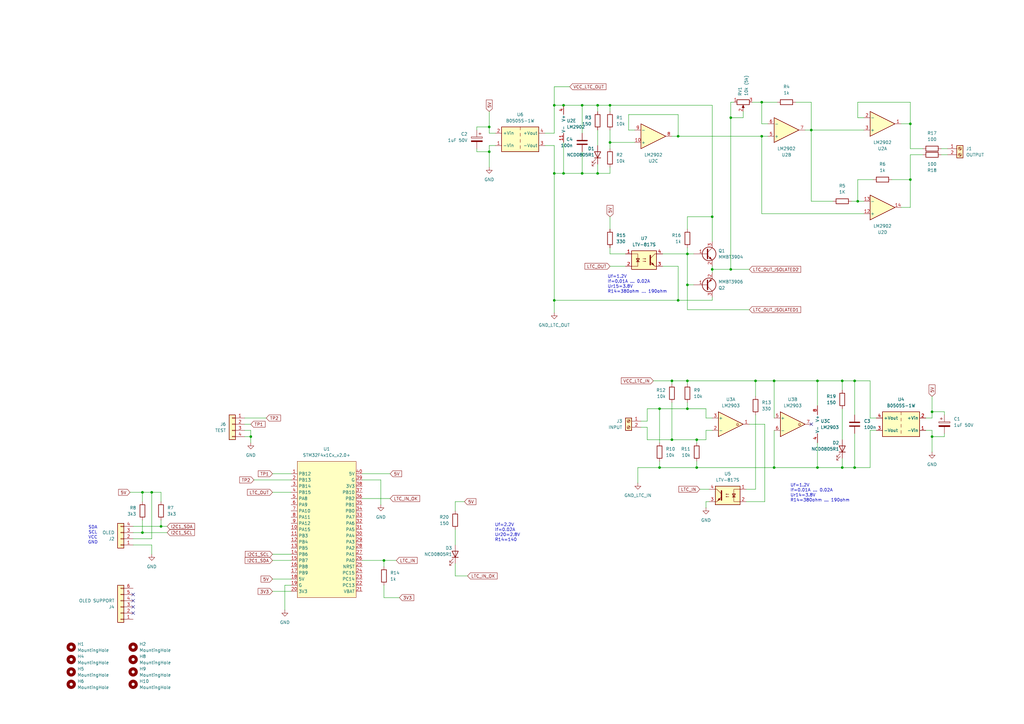
<source format=kicad_sch>
(kicad_sch (version 20231120) (generator "eeschema") (generator_version "8.0")
  (paper "A3")
  (lib_symbols
    (symbol "Amplifier_Operational:LM2902" (pin_names (offset 0.127))
      (property "Reference" "U" (at 0 5.08 0))
      (property "Value" "LM2902" (at 0 -5.08 0))
      (symbol "LM2902_1_1"
        (pin output line (at 7.62 0 180) (length 2.54) (name "~") (number "1"))
        (pin input line (at -7.62 -2.54 0) (length 2.54) (name "-") (number "2"))
        (pin input line (at -7.62 2.54 0) (length 2.54) (name "+") (number "3"))
      )
      (symbol "LM2902_2_1"
        (pin input line (at -7.62 2.54 0) (length 2.54) (name "+") (number "5"))
        (pin input line (at -7.62 -2.54 0) (length 2.54) (name "-") (number "6"))
        (pin output line (at 7.62 0 180) (length 2.54) (name "~") (number "7"))
      )
      (symbol "LM2902_3_1"
        (pin input line (at -7.62 2.54 0) (length 2.54) (name "+") (number "10"))
        (pin output line (at 7.62 0 180) (length 2.54) (name "~") (number "8"))
        (pin input line (at -7.62 -2.54 0) (length 2.54) (name "-") (number "9"))
      )
      (symbol "LM2902_4_1"
        (pin input line (at -7.62 2.54 0) (length 2.54) (name "+") (number "12"))
        (pin input line (at -7.62 -2.54 0) (length 2.54) (name "-") (number "13"))
        (pin output line (at 7.62 0 180) (length 2.54) (name "~") (number "14"))
      )
      (symbol "LM2902_5_1"
        (pin power_in line (at -2.54 -7.62 90) (length 3.81) (name "V-") (number "11"))
        (pin power_in line (at -2.54 7.62 270) (length 3.81) (name "V+") (number "4"))
      )
    )
    (symbol "Comparator:LM2903" (pin_names (offset 0.127))
      (property "Reference" "U" (at 3.81 3.81 0))
      (property "Value" "LM2903" (at 6.35 -3.81 0))
      (symbol "LM2903_1_1"
        (pin open_collector line (at 7.62 0 180) (length 2.54) (name "~") (number "1"))
        (pin input line (at -7.62 -2.54 0) (length 2.54) (name "-") (number "2"))
        (pin input line (at -7.62 2.54 0) (length 2.54) (name "+") (number "3"))
      )
      (symbol "LM2903_2_1"
        (pin input line (at -7.62 2.54 0) (length 2.54) (name "+") (number "5"))
        (pin input line (at -7.62 -2.54 0) (length 2.54) (name "-") (number "6"))
        (pin open_collector line (at 7.62 0 180) (length 2.54) (name "~") (number "7"))
      )
      (symbol "LM2903_3_1"
        (pin power_in line (at -2.54 -7.62 90) (length 3.81) (name "V-") (number "4"))
        (pin power_in line (at -2.54 7.62 270) (length 3.81) (name "V+") (number "8"))
      )
    )
    (symbol "Connector:Screw_Terminal_01x02" (pin_names (offset 1.016) hide)
      (property "Reference" "J" (at 0 2.54 0))
      (property "Value" "Screw_Terminal_01x02" (at 0 -5.08 0))
      (symbol "Screw_Terminal_01x02_1_1"
        (pin passive line (at -5.08 0 0) (length 3.81) (name "Pin_1") (number "1"))
        (pin passive line (at -5.08 -2.54 0) (length 3.81) (name "Pin_2") (number "2"))
      )
    )
    (symbol "Connector_Generic:Conn_01x04" (pin_names (offset 1.016) hide)
      (property "Reference" "J" (at 0 5.08 0))
      (property "Value" "Conn_01x04" (at 0 -7.62 0))
      (symbol "Conn_01x04_1_1"
        (pin passive line (at -5.08 2.54 0) (length 3.81) (name "Pin_1") (number "1"))
        (pin passive line (at -5.08 0 0) (length 3.81) (name "Pin_2") (number "2"))
        (pin passive line (at -5.08 -2.54 0) (length 3.81) (name "Pin_3") (number "3"))
        (pin passive line (at -5.08 -5.08 0) (length 3.81) (name "Pin_4") (number "4"))
      )
    )
    (symbol "Connector_Generic:Conn_01x06" (pin_names (offset 1.016) hide)
      (property "Reference" "J" (at 0 7.62 0))
      (property "Value" "Conn_01x06" (at 0 -10.16 0))
      (symbol "Conn_01x06_1_1"
        (pin passive line (at -5.08 5.08 0) (length 3.81) (name "Pin_1") (number "1"))
        (pin passive line (at -5.08 2.54 0) (length 3.81) (name "Pin_2") (number "2"))
        (pin passive line (at -5.08 0 0) (length 3.81) (name "Pin_3") (number "3"))
        (pin passive line (at -5.08 -2.54 0) (length 3.81) (name "Pin_4") (number "4"))
        (pin passive line (at -5.08 -5.08 0) (length 3.81) (name "Pin_5") (number "5"))
        (pin passive line (at -5.08 -7.62 0) (length 3.81) (name "Pin_6") (number "6"))
      )
    )
    (symbol "Converter_DCDC:TME-0505S"
      (property "Reference" "U" (at -6.35 6.35 0))
      (property "Value" "TME-0505S" (at 2.54 6.35 0))
      (symbol "TME-0505S_0_0"
        (pin power_in line (at -10.16 -2.54 0) (length 2.54) (name "-Vin") (number "1"))
        (pin power_in line (at -10.16 2.54 0) (length 2.54) (name "+Vin") (number "2"))
        (pin power_out line (at 10.16 -2.54 180) (length 2.54) (name "-Vout") (number "3"))
        (pin power_out line (at 10.16 2.54 180) (length 2.54) (name "+Vout") (number "4"))
      )
    )
    (symbol "Device:C" (pin_numbers hide) (pin_names (offset 0.254))
      (property "Reference" "C" (at 0.635 2.54 0))
      (property "Value" "C" (at 0.635 -2.54 0))
      (symbol "C_1_1"
        (pin passive line (at 0 3.81 270) (length 2.794) (name "~") (number "1"))
        (pin passive line (at 0 -3.81 90) (length 2.794) (name "~") (number "2"))
      )
    )
    (symbol "Device:C_Polarized" (pin_numbers hide) (pin_names (offset 0.254))
      (property "Reference" "C" (at 0.635 2.54 0))
      (property "Value" "C_Polarized" (at 0.635 -2.54 0))
      (symbol "C_Polarized_1_1"
        (pin passive line (at 0 3.81 270) (length 2.794) (name "~") (number "1"))
        (pin passive line (at 0 -3.81 90) (length 2.794) (name "~") (number "2"))
      )
    )
    (symbol "Device:LED" (pin_numbers hide) (pin_names (offset 1.016) hide)
      (property "Reference" "D" (at 0 2.54 0))
      (property "Value" "LED" (at 0 -2.54 0))
      (symbol "LED_1_1"
        (pin passive line (at -3.81 0 0) (length 2.54) (name "K") (number "1"))
        (pin passive line (at 3.81 0 180) (length 2.54) (name "A") (number "2"))
      )
    )
    (symbol "Device:R" (pin_numbers hide) (pin_names (offset 0))
      (property "Reference" "R" (at 2.032 0 90))
      (property "Value" "R" (at 0 0 90))
      (symbol "R_1_1"
        (pin passive line (at 0 3.81 270) (length 1.27) (name "~") (number "1"))
        (pin passive line (at 0 -3.81 90) (length 1.27) (name "~") (number "2"))
      )
    )
    (symbol "Device:R_Potentiometer" (pin_names (offset 1.016) hide)
      (property "Reference" "RV" (at -4.445 0 90))
      (property "Value" "R_Potentiometer" (at -2.54 0 90))
      (symbol "R_Potentiometer_1_1"
        (pin passive line (at 0 3.81 270) (length 1.27) (name "1") (number "1"))
        (pin passive line (at 3.81 0 180) (length 1.27) (name "2") (number "2"))
        (pin passive line (at 0 -3.81 90) (length 1.27) (name "3") (number "3"))
      )
    )
    (symbol "Isolator:LTV-817S" (pin_names (offset 1.016))
      (property "Reference" "U" (at -3.81 5.08 0))
      (property "Value" "LTV-817S" (at 0 -5.08 0))
      (symbol "LTV-817S_1_1"
        (pin passive line (at -7.62 2.54 0) (length 2.54) (name "~") (number "1"))
        (pin passive line (at -7.62 -2.54 0) (length 2.54) (name "~") (number "2"))
        (pin passive line (at 7.62 -2.54 180) (length 2.54) (name "~") (number "3"))
        (pin passive line (at 7.62 2.54 180) (length 2.54) (name "~") (number "4"))
      )
    )
    (symbol "Mechanical:MountingHole" (pin_names (offset 1.016)) (exclude_from_sim yes) (in_bom no)
      (property "Reference" "H" (at 0 5.08 0))
      (property "Value" "MountingHole" (at 0 3.175 0))
    )
    (symbol "Transistor_BJT:MMBT3904" (pin_names (offset 0) hide)
      (property "Reference" "Q" (at 5.08 1.905 0))
      (property "Value" "MMBT3904" (at 5.08 0 0))
      (symbol "MMBT3904_1_1"
        (pin input line (at -5.08 0 0) (length 5.715) (name "B") (number "1"))
        (pin passive line (at 2.54 -5.08 90) (length 2.54) (name "E") (number "2"))
        (pin passive line (at 2.54 5.08 270) (length 2.54) (name "C") (number "3"))
      )
    )
    (symbol "Transistor_BJT:MMBT3906" (pin_names (offset 0) hide)
      (property "Reference" "Q" (at 5.08 1.905 0))
      (property "Value" "MMBT3906" (at 5.08 0 0))
      (symbol "MMBT3906_1_1"
        (pin input line (at -5.08 0 0) (length 5.715) (name "B") (number "1"))
        (pin passive line (at 2.54 -5.08 90) (length 2.54) (name "E") (number "2"))
        (pin passive line (at 2.54 5.08 270) (length 2.54) (name "C") (number "3"))
      )
    )
    (symbol "power:GND" (power) (pin_numbers hide) (pin_names (offset 0) hide)
      (property "Value" "GND" (at 0 -3.81 0))
      (symbol "GND_1_1"
        (pin power_in line (at 0 0 270) (length 0) (name "~") (number "1"))
      )
    )
    (symbol "stm32_ltc_encoder:STM32F4x1Cx_v2.0+"
      (property "Reference" "U" (at 0 2.54 0))
      (property "Value" "STM32F4x1Cx_v2.0+" (at 1.27 -1.27 0))
      (symbol "STM32F4x1Cx_v2.0+_1_1"
        (pin bidirectional line (at -12.7 -3.81 0) (length 2.54) (name "PB12") (number "1"))
        (pin bidirectional line (at -12.7 -26.67 0) (length 2.54) (name "PA15") (number "10"))
        (pin bidirectional line (at -12.7 -29.21 0) (length 2.54) (name "PB3") (number "11"))
        (pin bidirectional line (at -12.7 -31.75 0) (length 2.54) (name "PB4") (number "12"))
        (pin bidirectional line (at -12.7 -34.29 0) (length 2.54) (name "PB5") (number "13"))
        (pin bidirectional line (at -12.7 -36.83 0) (length 2.54) (name "PB6") (number "14"))
        (pin bidirectional line (at -12.7 -39.37 0) (length 2.54) (name "PB7") (number "15"))
        (pin bidirectional line (at -12.7 -41.91 0) (length 2.54) (name "PB8") (number "16"))
        (pin bidirectional line (at -12.7 -44.45 0) (length 2.54) (name "PB9") (number "17"))
        (pin power_out line (at -12.7 -46.99 0) (length 2.54) (name "5V") (number "18"))
        (pin passive line (at -12.7 -49.53 0) (length 2.54) (name "G") (number "19"))
        (pin bidirectional line (at -12.7 -6.35 0) (length 2.54) (name "PB13") (number "2"))
        (pin power_out line (at -12.7 -52.07 0) (length 2.54) (name "3V3") (number "20"))
        (pin input line (at 16.51 -52.07 180) (length 2.54) (name "VBAT") (number "21"))
        (pin bidirectional line (at 16.51 -49.53 180) (length 2.54) (name "PC13") (number "22"))
        (pin bidirectional line (at 16.51 -46.99 180) (length 2.54) (name "PC14") (number "23"))
        (pin bidirectional line (at 16.51 -44.45 180) (length 2.54) (name "PC15") (number "24"))
        (pin bidirectional line (at 16.51 -41.91 180) (length 2.54) (name "NRST") (number "25"))
        (pin bidirectional line (at 16.51 -39.37 180) (length 2.54) (name "PA0") (number "26"))
        (pin bidirectional line (at 16.51 -36.83 180) (length 2.54) (name "PA1") (number "27"))
        (pin bidirectional line (at 16.51 -34.29 180) (length 2.54) (name "PA2") (number "28"))
        (pin bidirectional line (at 16.51 -31.75 180) (length 2.54) (name "PA3") (number "29"))
        (pin bidirectional line (at -12.7 -8.89 0) (length 2.54) (name "PB14") (number "3"))
        (pin bidirectional line (at 16.51 -29.21 180) (length 2.54) (name "PA4") (number "30"))
        (pin bidirectional line (at 16.51 -26.67 180) (length 2.54) (name "PA5") (number "31"))
        (pin bidirectional line (at 16.51 -24.13 180) (length 2.54) (name "PA6") (number "32"))
        (pin bidirectional line (at 16.51 -21.59 180) (length 2.54) (name "PA7") (number "33"))
        (pin bidirectional line (at 16.51 -19.05 180) (length 2.54) (name "PB0") (number "34"))
        (pin bidirectional line (at 16.51 -16.51 180) (length 2.54) (name "PB1") (number "35"))
        (pin bidirectional line (at 16.51 -13.97 180) (length 2.54) (name "PB2") (number "36"))
        (pin bidirectional line (at 16.51 -11.43 180) (length 2.54) (name "PB10") (number "37"))
        (pin power_out line (at 16.51 -8.89 180) (length 2.54) (name "3V3") (number "38"))
        (pin passive line (at 16.51 -6.35 180) (length 2.54) (name "G") (number "39"))
        (pin bidirectional line (at -12.7 -11.43 0) (length 2.54) (name "PB15") (number "4"))
        (pin power_out line (at 16.51 -3.81 180) (length 2.54) (name "5V") (number "40"))
        (pin bidirectional line (at -12.7 -13.97 0) (length 2.54) (name "PA8") (number "5"))
        (pin bidirectional line (at -12.7 -16.51 0) (length 2.54) (name "PA9") (number "6"))
        (pin bidirectional line (at -12.7 -19.05 0) (length 2.54) (name "PA10") (number "7"))
        (pin bidirectional line (at -12.7 -21.59 0) (length 2.54) (name "PA11") (number "8"))
        (pin bidirectional line (at -12.7 -24.13 0) (length 2.54) (name "PA12") (number "9"))
      )
    )
  )
  (junction (at 373.38 73.66))
  (junction (at 238.76 43.18))
  (junction (at 373.38 50.8))
  (junction (at 382.27 168.91))
  (junction (at 231.14 71.12))
  (junction (at 270.51 167.64))
  (junction (at 238.76 71.12))
  (junction (at 62.23 201.93))
  (junction (at 200.66 62.23))
  (junction (at 317.5 191.77))
  (junction (at 345.44 156.21))
  (junction (at 317.5 156.21))
  (junction (at 285.75 180.34))
  (junction (at 332.74 53.34))
  (junction (at 275.59 180.34))
  (junction (at 227.33 43.18))
  (junction (at 281.94 104.14))
  (junction (at 350.52 156.21))
  (junction (at 200.66 52.07))
  (junction (at 58.42 201.93))
  (junction (at 231.14 43.18))
  (junction (at 281.94 156.21))
  (junction (at 335.28 156.21))
  (junction (at 245.11 71.12))
  (junction (at 227.33 71.12))
  (junction (at 58.42 218.44))
  (junction (at 278.13 55.88))
  (junction (at 281.94 116.84))
  (junction (at 250.19 58.42))
  (junction (at 102.87 179.07))
  (junction (at 245.11 43.18))
  (junction (at 275.59 156.21))
  (junction (at 312.42 55.88))
  (junction (at 270.51 191.77))
  (junction (at 299.72 48.26))
  (junction (at 345.44 191.77))
  (junction (at 312.42 41.91))
  (junction (at 278.13 123.19))
  (junction (at 299.72 110.49))
  (junction (at 292.1 88.9))
  (junction (at 292.1 110.49))
  (junction (at 250.19 43.18))
  (junction (at 335.28 191.77))
  (junction (at 66.04 215.9))
  (junction (at 281.94 167.64))
  (junction (at 382.27 179.07))
  (junction (at 309.88 156.21))
  (junction (at 157.48 229.87))
  (junction (at 351.79 82.55))
  (junction (at 350.52 191.77))
  (junction (at 285.75 191.77))
  (junction (at 227.33 123.19))
  (no_connect (at 332.74 173.99))
  (no_connect (at 54.61 246.38))
  (no_connect (at 54.61 248.92))
  (no_connect (at 54.61 251.46))
  (no_connect (at 54.61 243.84))
  (wire (pts (xy 281.94 88.9) (xy 281.94 93.98)))
  (wire (pts (xy 262.89 172.72) (xy 265.43 172.72)))
  (wire (pts (xy 186.69 236.22) (xy 191.77 236.22)))
  (wire (pts (xy 119.38 194.31) (xy 111.76 194.31)))
  (wire (pts (xy 186.69 217.17) (xy 186.69 223.52)))
  (wire (pts (xy 356.87 176.53) (xy 356.87 191.77)))
  (wire (pts (xy 373.38 85.09) (xy 369.57 85.09)))
  (wire (pts (xy 250.19 43.18) (xy 292.1 43.18)))
  (wire (pts (xy 306.07 205.74) (xy 313.69 205.74)))
  (wire (pts (xy 163.83 245.11) (xy 157.48 245.11)))
  (wire (pts (xy 365.76 73.66) (xy 373.38 73.66)))
  (wire (pts (xy 309.88 156.21) (xy 309.88 162.56)))
  (wire (pts (xy 271.78 109.22) (xy 278.13 109.22)))
  (wire (pts (xy 160.02 194.31) (xy 148.59 194.31)))
  (wire (pts (xy 354.33 87.63) (xy 312.42 87.63)))
  (wire (pts (xy 256.54 104.14) (xy 250.19 104.14)))
  (wire (pts (xy 281.94 156.21) (xy 281.94 157.48)))
  (wire (pts (xy 245.11 43.18) (xy 250.19 43.18)))
  (wire (pts (xy 359.41 176.53) (xy 356.87 176.53)))
  (wire (pts (xy 270.51 167.64) (xy 281.94 167.64)))
  (wire (pts (xy 292.1 88.9) (xy 292.1 99.06)))
  (wire (pts (xy 351.79 73.66) (xy 351.79 82.55)))
  (wire (pts (xy 186.69 209.55) (xy 186.69 205.74)))
  (wire (pts (xy 119.38 237.49) (xy 111.76 237.49)))
  (wire (pts (xy 102.87 179.07) (xy 102.87 176.53)))
  (wire (pts (xy 345.44 156.21) (xy 345.44 160.02)))
  (wire (pts (xy 238.76 43.18) (xy 245.11 43.18)))
  (wire (pts (xy 382.27 171.45) (xy 382.27 168.91)))
  (wire (pts (xy 119.38 201.93) (xy 111.76 201.93)))
  (wire (pts (xy 116.84 240.03) (xy 116.84 250.19)))
  (wire (pts (xy 231.14 58.42) (xy 231.14 71.12)))
  (wire (pts (xy 157.48 229.87) (xy 148.59 229.87)))
  (wire (pts (xy 54.61 220.98) (xy 62.23 220.98)))
  (wire (pts (xy 275.59 55.88) (xy 278.13 55.88)))
  (wire (pts (xy 350.52 191.77) (xy 356.87 191.77)))
  (wire (pts (xy 261.62 198.12) (xy 261.62 191.77)))
  (wire (pts (xy 186.69 231.14) (xy 186.69 236.22)))
  (wire (pts (xy 195.58 62.23) (xy 200.66 62.23)))
  (wire (pts (xy 284.48 104.14) (xy 281.94 104.14)))
  (wire (pts (xy 335.28 156.21) (xy 345.44 156.21)))
  (wire (pts (xy 289.56 208.28) (xy 289.56 205.74)))
  (wire (pts (xy 284.48 116.84) (xy 281.94 116.84)))
  (wire (pts (xy 62.23 223.52) (xy 62.23 227.33)))
  (wire (pts (xy 250.19 58.42) (xy 260.35 58.42)))
  (wire (pts (xy 309.88 170.18) (xy 309.88 200.66)))
  (wire (pts (xy 345.44 187.96) (xy 345.44 191.77)))
  (wire (pts (xy 54.61 218.44) (xy 58.42 218.44)))
  (wire (pts (xy 300.99 41.91) (xy 299.72 41.91)))
  (wire (pts (xy 265.43 180.34) (xy 275.59 180.34)))
  (wire (pts (xy 287.02 200.66) (xy 290.83 200.66)))
  (wire (pts (xy 195.58 52.07) (xy 200.66 52.07)))
  (wire (pts (xy 275.59 165.1) (xy 275.59 180.34)))
  (wire (pts (xy 289.56 205.74) (xy 290.83 205.74)))
  (wire (pts (xy 270.51 189.23) (xy 270.51 191.77)))
  (wire (pts (xy 358.14 73.66) (xy 351.79 73.66)))
  (wire (pts (xy 265.43 172.72) (xy 265.43 167.64)))
  (wire (pts (xy 250.19 53.34) (xy 250.19 58.42)))
  (wire (pts (xy 250.19 109.22) (xy 256.54 109.22)))
  (wire (pts (xy 62.23 201.93) (xy 58.42 201.93)))
  (wire (pts (xy 238.76 43.18) (xy 238.76 54.61)))
  (wire (pts (xy 332.74 53.34) (xy 330.2 53.34)))
  (wire (pts (xy 157.48 229.87) (xy 157.48 232.41)))
  (wire (pts (xy 387.35 170.18) (xy 387.35 168.91)))
  (wire (pts (xy 203.2 54.61) (xy 200.66 54.61)))
  (wire (pts (xy 312.42 50.8) (xy 314.96 50.8)))
  (wire (pts (xy 257.81 46.99) (xy 278.13 46.99)))
  (wire (pts (xy 223.52 54.61) (xy 227.33 54.61)))
  (wire (pts (xy 148.59 204.47) (xy 160.02 204.47)))
  (wire (pts (xy 58.42 201.93) (xy 58.42 205.74)))
  (wire (pts (xy 332.74 53.34) (xy 354.33 53.34)))
  (wire (pts (xy 382.27 185.42) (xy 382.27 179.07)))
  (wire (pts (xy 285.75 189.23) (xy 285.75 191.77)))
  (wire (pts (xy 345.44 156.21) (xy 350.52 156.21)))
  (wire (pts (xy 382.27 179.07) (xy 382.27 176.53)))
  (wire (pts (xy 195.58 60.96) (xy 195.58 62.23)))
  (wire (pts (xy 317.5 171.45) (xy 317.5 156.21)))
  (wire (pts (xy 313.69 173.99) (xy 313.69 205.74)))
  (wire (pts (xy 260.35 53.34) (xy 257.81 53.34)))
  (wire (pts (xy 369.57 50.8) (xy 373.38 50.8)))
  (wire (pts (xy 306.07 200.66) (xy 309.88 200.66)))
  (wire (pts (xy 285.75 180.34) (xy 289.56 180.34)))
  (wire (pts (xy 299.72 110.49) (xy 307.34 110.49)))
  (wire (pts (xy 200.66 68.58) (xy 200.66 62.23)))
  (wire (pts (xy 387.35 168.91) (xy 382.27 168.91)))
  (wire (pts (xy 382.27 176.53) (xy 379.73 176.53)))
  (wire (pts (xy 227.33 59.69) (xy 227.33 71.12)))
  (wire (pts (xy 309.88 156.21) (xy 317.5 156.21)))
  (wire (pts (xy 227.33 54.61) (xy 227.33 43.18)))
  (wire (pts (xy 156.21 207.01) (xy 156.21 196.85)))
  (wire (pts (xy 281.94 116.84) (xy 281.94 104.14)))
  (wire (pts (xy 289.56 171.45) (xy 292.1 171.45)))
  (wire (pts (xy 292.1 110.49) (xy 292.1 111.76)))
  (wire (pts (xy 356.87 171.45) (xy 356.87 156.21)))
  (wire (pts (xy 281.94 104.14) (xy 281.94 101.6)))
  (wire (pts (xy 119.38 227.33) (xy 111.76 227.33)))
  (wire (pts (xy 373.38 73.66) (xy 373.38 85.09)))
  (wire (pts (xy 102.87 179.07) (xy 102.87 181.61)))
  (wire (pts (xy 245.11 53.34) (xy 245.11 59.69)))
  (wire (pts (xy 227.33 35.56) (xy 227.33 43.18)))
  (wire (pts (xy 312.42 87.63) (xy 312.42 55.88)))
  (wire (pts (xy 265.43 175.26) (xy 265.43 180.34)))
  (wire (pts (xy 245.11 67.31) (xy 245.11 71.12)))
  (wire (pts (xy 245.11 71.12) (xy 250.19 71.12)))
  (wire (pts (xy 292.1 43.18) (xy 292.1 88.9)))
  (wire (pts (xy 200.66 59.69) (xy 203.2 59.69)))
  (wire (pts (xy 289.56 176.53) (xy 292.1 176.53)))
  (wire (pts (xy 292.1 109.22) (xy 292.1 110.49)))
  (wire (pts (xy 304.8 48.26) (xy 299.72 48.26)))
  (wire (pts (xy 351.79 48.26) (xy 351.79 41.91)))
  (wire (pts (xy 278.13 55.88) (xy 312.42 55.88)))
  (wire (pts (xy 349.25 82.55) (xy 351.79 82.55)))
  (wire (pts (xy 312.42 50.8) (xy 312.42 41.91)))
  (wire (pts (xy 281.94 88.9) (xy 292.1 88.9)))
  (wire (pts (xy 281.94 165.1) (xy 281.94 167.64)))
  (wire (pts (xy 233.68 35.56) (xy 227.33 35.56)))
  (wire (pts (xy 54.61 215.9) (xy 66.04 215.9)))
  (wire (pts (xy 281.94 116.84) (xy 281.94 127)))
  (wire (pts (xy 66.04 201.93) (xy 62.23 201.93)))
  (wire (pts (xy 119.38 229.87) (xy 111.76 229.87)))
  (wire (pts (xy 227.33 123.19) (xy 278.13 123.19)))
  (wire (pts (xy 231.14 43.18) (xy 238.76 43.18)))
  (wire (pts (xy 350.52 156.21) (xy 350.52 170.18)))
  (wire (pts (xy 335.28 156.21) (xy 335.28 166.37)))
  (wire (pts (xy 351.79 82.55) (xy 354.33 82.55)))
  (wire (pts (xy 317.5 176.53) (xy 317.5 191.77)))
  (wire (pts (xy 119.38 242.57) (xy 111.76 242.57)))
  (wire (pts (xy 62.23 220.98) (xy 62.23 201.93)))
  (wire (pts (xy 227.33 43.18) (xy 231.14 43.18)))
  (wire (pts (xy 335.28 191.77) (xy 335.28 181.61)))
  (wire (pts (xy 386.08 63.5) (xy 388.62 63.5)))
  (wire (pts (xy 186.69 205.74) (xy 190.5 205.74)))
  (wire (pts (xy 285.75 180.34) (xy 285.75 181.61)))
  (wire (pts (xy 312.42 55.88) (xy 314.96 55.88)))
  (wire (pts (xy 350.52 177.8) (xy 350.52 191.77)))
  (wire (pts (xy 345.44 191.77) (xy 350.52 191.77)))
  (wire (pts (xy 238.76 62.23) (xy 238.76 71.12)))
  (wire (pts (xy 312.42 41.91) (xy 318.77 41.91)))
  (wire (pts (xy 157.48 245.11) (xy 157.48 240.03)))
  (wire (pts (xy 200.66 52.07) (xy 200.66 45.72)))
  (wire (pts (xy 119.38 240.03) (xy 116.84 240.03)))
  (wire (pts (xy 275.59 156.21) (xy 281.94 156.21)))
  (wire (pts (xy 66.04 205.74) (xy 66.04 201.93)))
  (wire (pts (xy 58.42 218.44) (xy 68.58 218.44)))
  (wire (pts (xy 345.44 167.64) (xy 345.44 180.34)))
  (wire (pts (xy 379.73 171.45) (xy 382.27 171.45)))
  (wire (pts (xy 227.33 123.19) (xy 227.33 128.27)))
  (wire (pts (xy 66.04 213.36) (xy 66.04 215.9)))
  (wire (pts (xy 250.19 88.9) (xy 250.19 93.98)))
  (wire (pts (xy 58.42 213.36) (xy 58.42 218.44)))
  (wire (pts (xy 231.14 71.12) (xy 238.76 71.12)))
  (wire (pts (xy 326.39 41.91) (xy 332.74 41.91)))
  (wire (pts (xy 162.56 229.87) (xy 157.48 229.87)))
  (wire (pts (xy 341.63 82.55) (xy 332.74 82.55)))
  (wire (pts (xy 387.35 177.8) (xy 387.35 179.07)))
  (wire (pts (xy 317.5 191.77) (xy 335.28 191.77)))
  (wire (pts (xy 386.08 60.96) (xy 388.62 60.96)))
  (wire (pts (xy 354.33 48.26) (xy 351.79 48.26)))
  (wire (pts (xy 289.56 180.34) (xy 289.56 176.53)))
  (wire (pts (xy 299.72 110.49) (xy 292.1 110.49)))
  (wire (pts (xy 227.33 71.12) (xy 227.33 123.19)))
  (wire (pts (xy 250.19 43.18) (xy 250.19 45.72)))
  (wire (pts (xy 373.38 60.96) (xy 373.38 50.8)))
  (wire (pts (xy 250.19 58.42) (xy 250.19 60.96)))
  (wire (pts (xy 53.34 201.93) (xy 58.42 201.93)))
  (wire (pts (xy 285.75 191.77) (xy 317.5 191.77)))
  (wire (pts (xy 195.58 53.34) (xy 195.58 52.07)))
  (wire (pts (xy 275.59 157.48) (xy 275.59 156.21)))
  (wire (pts (xy 387.35 179.07) (xy 382.27 179.07)))
  (wire (pts (xy 200.66 54.61) (xy 200.66 52.07)))
  (wire (pts (xy 351.79 41.91) (xy 373.38 41.91)))
  (wire (pts (xy 245.11 43.18) (xy 245.11 45.72)))
  (wire (pts (xy 281.94 167.64) (xy 289.56 167.64)))
  (wire (pts (xy 66.04 215.9) (xy 68.58 215.9)))
  (wire (pts (xy 261.62 191.77) (xy 270.51 191.77)))
  (wire (pts (xy 373.38 63.5) (xy 378.46 63.5)))
  (wire (pts (xy 54.61 223.52) (xy 62.23 223.52)))
  (wire (pts (xy 281.94 156.21) (xy 309.88 156.21)))
  (wire (pts (xy 299.72 41.91) (xy 299.72 48.26)))
  (wire (pts (xy 257.81 53.34) (xy 257.81 46.99)))
  (wire (pts (xy 200.66 62.23) (xy 200.66 59.69)))
  (wire (pts (xy 119.38 196.85) (xy 104.14 196.85)))
  (wire (pts (xy 270.51 191.77) (xy 285.75 191.77)))
  (wire (pts (xy 281.94 127) (xy 307.34 127)))
  (wire (pts (xy 299.72 48.26) (xy 299.72 110.49)))
  (wire (pts (xy 267.97 156.21) (xy 275.59 156.21)))
  (wire (pts (xy 278.13 109.22) (xy 278.13 123.19)))
  (wire (pts (xy 156.21 196.85) (xy 148.59 196.85)))
  (wire (pts (xy 317.5 156.21) (xy 335.28 156.21)))
  (wire (pts (xy 100.33 171.45) (xy 109.22 171.45)))
  (wire (pts (xy 292.1 123.19) (xy 278.13 123.19)))
  (wire (pts (xy 332.74 41.91) (xy 332.74 53.34)))
  (wire (pts (xy 308.61 41.91) (xy 312.42 41.91)))
  (wire (pts (xy 100.33 179.07) (xy 102.87 179.07)))
  (wire (pts (xy 102.87 176.53) (xy 100.33 176.53)))
  (wire (pts (xy 265.43 167.64) (xy 270.51 167.64)))
  (wire (pts (xy 292.1 121.92) (xy 292.1 123.19)))
  (wire (pts (xy 289.56 167.64) (xy 289.56 171.45)))
  (wire (pts (xy 332.74 82.55) (xy 332.74 53.34)))
  (wire (pts (xy 262.89 175.26) (xy 265.43 175.26)))
  (wire (pts (xy 304.8 45.72) (xy 304.8 48.26)))
  (wire (pts (xy 223.52 59.69) (xy 227.33 59.69)))
  (wire (pts (xy 271.78 104.14) (xy 281.94 104.14)))
  (wire (pts (xy 335.28 191.77) (xy 345.44 191.77)))
  (wire (pts (xy 378.46 60.96) (xy 373.38 60.96)))
  (wire (pts (xy 100.33 173.99) (xy 102.87 173.99)))
  (wire (pts (xy 250.19 104.14) (xy 250.19 101.6)))
  (wire (pts (xy 373.38 73.66) (xy 373.38 63.5)))
  (wire (pts (xy 270.51 167.64) (xy 270.51 181.61)))
  (wire (pts (xy 373.38 41.91) (xy 373.38 50.8)))
  (wire (pts (xy 227.33 71.12) (xy 231.14 71.12)))
  (wire (pts (xy 382.27 168.91) (xy 382.27 162.56)))
  (wire (pts (xy 350.52 156.21) (xy 356.87 156.21)))
  (wire (pts (xy 359.41 171.45) (xy 356.87 171.45)))
  (wire (pts (xy 307.34 173.99) (xy 313.69 173.99)))
  (wire (pts (xy 275.59 180.34) (xy 285.75 180.34)))
  (wire (pts (xy 250.19 68.58) (xy 250.19 71.12)))
  (wire (pts (xy 278.13 46.99) (xy 278.13 55.88)))
  (wire (pts (xy 238.76 71.12) (xy 245.11 71.12)))
  (text "SDA\nSCL\nVCC\nGND\n\n\n" (at 38.1 221.488 0) (effects (font (size 1.27 1.27))))
  (text "Uf=2.2V\nIf=0.02A\nUr20=2.8V\nR14=140" (at 202.946 218.44 0) (effects (font (size 1.27 1.27)) (justify left)))
  (text "Uf=1.2V\nIf=0.01A ... 0.02A\nUr15=3.8V\nR14=380ohm ... 190ohm" (at 249.174 116.586 0) (effects (font (size 1.27 1.27)) (justify left)))
  (text "Uf=1.2V\nIf=0.01A ... 0.02A\nUr14=3.8V\nR14=380ohm ... 190ohm" (at 324.104 202.184 0) (effects (font (size 1.27 1.27)) (justify left)))
  (global_label "I2C1_SDA" (shape input) (at 68.58 215.9 0) (property "Intersheetrefs" "${INTERSHEET_REFS}" (effects (hide yes))))
  (global_label "VCC_LTC_IN" (shape input) (at 267.97 156.21 180) (property "Intersheetrefs" "${INTERSHEET_REFS}" (effects (hide yes))))
  (global_label "5V" (shape input) (at 53.34 201.93 180) (property "Intersheetrefs" "${INTERSHEET_REFS}" (effects (hide yes))))
  (global_label "5V" (shape input) (at 200.66 45.72 90) (property "Intersheetrefs" "${INTERSHEET_REFS}" (effects (hide yes))))
  (global_label "5V" (shape input) (at 160.02 194.31 0) (property "Intersheetrefs" "${INTERSHEET_REFS}" (effects (hide yes))))
  (global_label "5V" (shape input) (at 250.19 88.9 90) (property "Intersheetrefs" "${INTERSHEET_REFS}" (effects (hide yes))))
  (global_label "LTC_OUT_ISOLATED2" (shape input) (at 307.34 110.49 0) (property "Intersheetrefs" "${INTERSHEET_REFS}" (effects (hide yes))))
  (global_label "TP2" (shape input) (at 109.22 171.45 0) (property "Intersheetrefs" "${INTERSHEET_REFS}" (effects (hide yes))))
  (global_label "VCC_LTC_OUT" (shape input) (at 233.68 35.56 0) (property "Intersheetrefs" "${INTERSHEET_REFS}" (effects (hide yes))))
  (global_label "5V" (shape input) (at 382.27 162.56 90) (property "Intersheetrefs" "${INTERSHEET_REFS}" (effects (hide yes))))
  (global_label "TP2" (shape input) (at 104.14 196.85 180) (property "Intersheetrefs" "${INTERSHEET_REFS}" (effects (hide yes))))
  (global_label "5V" (shape input) (at 111.76 237.49 180) (property "Intersheetrefs" "${INTERSHEET_REFS}" (effects (hide yes))))
  (global_label "LTC_IN_OK" (shape input) (at 160.02 204.47 0) (property "Intersheetrefs" "${INTERSHEET_REFS}" (effects (hide yes))))
  (global_label "5V" (shape input) (at 190.5 205.74 0) (property "Intersheetrefs" "${INTERSHEET_REFS}" (effects (hide yes))))
  (global_label "LTC_IN" (shape input) (at 162.56 229.87 0) (property "Intersheetrefs" "${INTERSHEET_REFS}" (effects (hide yes))))
  (global_label "LTC_OUT" (shape input) (at 250.19 109.22 180) (property "Intersheetrefs" "${INTERSHEET_REFS}" (effects (hide yes))))
  (global_label "TP1" (shape input) (at 102.87 173.99 0) (property "Intersheetrefs" "${INTERSHEET_REFS}" (effects (hide yes))))
  (global_label "I2C1_SCL" (shape input) (at 111.76 227.33 180) (property "Intersheetrefs" "${INTERSHEET_REFS}" (effects (hide yes))))
  (global_label "I2C1_SCL" (shape input) (at 68.58 218.44 0) (property "Intersheetrefs" "${INTERSHEET_REFS}" (effects (hide yes))))
  (global_label "LTC_OUT_ISOLATED1" (shape input) (at 307.34 127 0) (property "Intersheetrefs" "${INTERSHEET_REFS}" (effects (hide yes))))
  (global_label "TP1" (shape input) (at 111.76 194.31 180) (property "Intersheetrefs" "${INTERSHEET_REFS}" (effects (hide yes))))
  (global_label "3V3" (shape input) (at 111.76 242.57 180) (property "Intersheetrefs" "${INTERSHEET_REFS}" (effects (hide yes))))
  (global_label "LTC_IN" (shape input) (at 287.02 200.66 180) (property "Intersheetrefs" "${INTERSHEET_REFS}" (effects (hide yes))))
  (global_label "LTC_OUT" (shape input) (at 111.76 201.93 180) (property "Intersheetrefs" "${INTERSHEET_REFS}" (effects (hide yes))))
  (global_label "LTC_IN_OK" (shape input) (at 191.77 236.22 0) (property "Intersheetrefs" "${INTERSHEET_REFS}" (effects (hide yes))))
  (global_label "3V3" (shape input) (at 163.83 245.11 0) (property "Intersheetrefs" "${INTERSHEET_REFS}" (effects (hide yes))))
  (global_label "I2C1_SDA" (shape input) (at 111.76 229.87 180) (property "Intersheetrefs" "${INTERSHEET_REFS}" (effects (hide yes))))
  (symbol (lib_id "power:GND") (at 102.87 181.61 0) (mirror y) (unit 1)
    (property "Reference" "#PWR9" (effects (hide yes)))
    (property "Value" "GND" (at 102.87 186.69 0))
    (property "Description" "Power symbol creates a global label with name \"GND\" , ground" (effects (hide yes)))
  )
  (symbol (lib_id "Device:R") (at 250.19 64.77 0) (unit 1)
    (property "Reference" "R2" (at 252.73 63.4999 0) (effects (justify left)))
    (property "Value" "10k" (at 252.73 66.0399 0) (effects (justify left)))
    (property "Footprint" "Resistor_SMD:R_0805_2012Metric_Pad1.20x1.40mm_HandSolder" (effects (hide yes)))
    (property "Description" "Resistor" (effects (hide yes)))
  )
  (symbol (lib_id "Mechanical:MountingHole") (at 29.21 280.67 0) (unit 1) (exclude_from_sim yes) (in_bom no)
    (property "Reference" "H6" (at 31.75 279.3999 0) (effects (justify left)))
    (property "Value" "MountingHole" (at 31.75 281.9399 0) (effects (justify left)))
    (property "Footprint" "MountingHole:MountingHole_3.2mm_M3" (effects (hide yes)))
    (property "Description" "Mounting Hole without connection" (effects (hide yes)))
  )
  (symbol (lib_id "Device:R") (at 361.95 73.66 90) (unit 1)
    (property "Reference" "R6" (at 361.95 67.31 90))
    (property "Value" "1k" (at 361.95 69.85 90))
    (property "Footprint" "Resistor_SMD:R_0805_2012Metric_Pad1.20x1.40mm_HandSolder" (effects (hide yes)))
    (property "Description" "Resistor" (effects (hide yes)))
  )
  (symbol (lib_id "power:GND") (at 116.84 250.19 0) (mirror y) (unit 1)
    (property "Reference" "#PWR1" (effects (hide yes)))
    (property "Value" "GND" (at 116.84 255.27 0))
    (property "Description" "Power symbol creates a global label with name \"GND\" , ground" (effects (hide yes)))
  )
  (symbol (lib_id "Transistor_BJT:MMBT3904") (at 289.56 104.14 0) (unit 1)
    (property "Reference" "Q1" (at 294.64 102.8699 0) (effects (justify left)))
    (property "Value" "MMBT3904" (at 294.64 105.4099 0) (effects (justify left)))
    (property "Footprint" "Package_TO_SOT_SMD:SOT-23" (effects (hide yes)))
    (property "Datasheet" "https://www.onsemi.com/pdf/datasheet/pzt3904-d.pdf" (effects (hide yes)))
    (property "Description" "0.2A Ic, 40V Vce, Small Signal NPN Transistor, SOT-23" (effects (hide yes)))
  )
  (symbol (lib_id "power:GND") (at 62.23 227.33 0) (unit 1)
    (property "Reference" "#PWR5" (effects (hide yes)))
    (property "Value" "GND" (at 62.23 232.41 0))
    (property "Description" "Power symbol creates a global label with name \"GND\" , ground" (effects (hide yes)))
  )
  (symbol (lib_id "power:GND") (at 261.62 198.12 0) (unit 1)
    (property "Reference" "#PWR3" (effects (hide yes)))
    (property "Value" "GND_LTC_IN" (at 261.62 203.2 0))
    (property "Description" "Power symbol creates a global label with name \"GND\" , ground" (effects (hide yes)))
  )
  (symbol (lib_id "Device:R") (at 157.48 236.22 0) (unit 1)
    (property "Reference" "R14" (at 160.02 234.9499 0) (effects (justify left)))
    (property "Value" "1k" (at 160.02 237.4899 0) (effects (justify left)))
    (property "Footprint" "Resistor_SMD:R_0805_2012Metric_Pad1.20x1.40mm_HandSolder" (effects (hide yes)))
    (property "Description" "Resistor" (effects (hide yes)))
  )
  (symbol (lib_id "Device:R") (at 281.94 97.79 0) (mirror y) (unit 1)
    (property "Reference" "R16" (at 279.4 96.5199 0) (effects (justify left)))
    (property "Value" "1k" (at 279.4 99.0599 0) (effects (justify left)))
    (property "Footprint" "Resistor_SMD:R_0805_2012Metric_Pad1.20x1.40mm_HandSolder" (effects (hide yes)))
    (property "Description" "Resistor" (effects (hide yes)))
  )
  (symbol (lib_id "Amplifier_Operational:LM2902") (at 361.95 85.09 0) (mirror x) (unit 4)
    (property "Reference" "U2" (at 361.95 95.25 0))
    (property "Value" "LM2902" (at 361.95 92.71 0))
    (property "Footprint" "Package_SO:SOIC-14_3.9x8.7mm_P1.27mm" (effects (hide yes)))
    (property "Datasheet" "http://www.ti.com/lit/ds/symlink/lm2902-n.pdf" (effects (hide yes)))
    (property "Description" "Low-Power, Quad-Operational Amplifiers, DIP-14/SOIC-14/SSOP-14" (effects (hide yes)))
  )
  (symbol (lib_id "stm32_ltc_encoder:STM32F4x1Cx_v2.0+") (at 132.08 190.5 0) (unit 1)
    (property "Reference" "U1" (at 133.985 184.15 0))
    (property "Value" "STM32F4x1Cx_v2.0+" (at 133.985 186.69 0))
    (property "Footprint" "Package_DIP:DIP-40_W15.24mm_LongPads" (effects (hide yes)))
  )
  (symbol (lib_id "power:GND") (at 200.66 68.58 0) (unit 1)
    (property "Reference" "#PWR8" (effects (hide yes)))
    (property "Value" "GND" (at 200.66 73.66 0))
    (property "Description" "Power symbol creates a global label with name \"GND\" , ground" (effects (hide yes)))
  )
  (symbol (lib_id "Comparator:LM2903") (at 299.72 173.99 0) (unit 1)
    (property "Reference" "U3" (at 299.72 163.83 0))
    (property "Value" "LM2903" (at 299.72 166.37 0))
    (property "Footprint" "Package_SO:SOIC-8_3.9x4.9mm_P1.27mm" (effects (hide yes)))
    (property "Datasheet" "http://www.ti.com/lit/ds/symlink/lm393.pdf" (effects (hide yes)))
    (property "Description" "Low-Power, Low-Offset Voltage, Dual Comparators, DIP-8/SOIC-8/SOP-8/TSSOP-8/VSSOP-8" (effects (hide yes)))
  )
  (symbol (lib_id "Device:R") (at 281.94 161.29 0) (unit 1)
    (property "Reference" "R9" (at 284.48 160.0199 0) (effects (justify left)))
    (property "Value" "10k" (at 284.48 162.5599 0) (effects (justify left)))
    (property "Footprint" "Resistor_SMD:R_0805_2012Metric_Pad1.20x1.40mm_HandSolder" (effects (hide yes)))
    (property "Description" "Resistor" (effects (hide yes)))
  )
  (symbol (lib_id "Amplifier_Operational:LM2902") (at 322.58 53.34 0) (mirror x) (unit 2)
    (property "Reference" "U2" (at 322.58 63.5 0))
    (property "Value" "LM2902" (at 322.58 60.96 0))
    (property "Footprint" "Package_SO:SOIC-14_3.9x8.7mm_P1.27mm" (effects (hide yes)))
    (property "Datasheet" "http://www.ti.com/lit/ds/symlink/lm2902-n.pdf" (effects (hide yes)))
    (property "Description" "Low-Power, Quad-Operational Amplifiers, DIP-14/SOIC-14/SSOP-14" (effects (hide yes)))
  )
  (symbol (lib_id "Device:R_Potentiometer") (at 304.8 41.91 90) (mirror x) (unit 1)
    (property "Reference" "RV1" (at 303.5299 39.37 0) (effects (justify right)))
    (property "Value" "10k (5k)" (at 306.0699 39.37 0) (effects (justify right)))
    (property "Footprint" "Potentiometer_THT:Potentiometer_Bourns_3266W_Vertical" (effects (hide yes)))
    (property "Datasheet" "https://imrad.com.ua/ua/3266w-1-103lf-0-510371" (effects (hide yes)))
    (property "Description" "3266W-1-103LF" (effects (hide yes)))
    (property "Field5" "https://imrad.com.ua/ua/3266w-1-103lf-0-510371" (effects (hide yes)))
  )
  (symbol (lib_id "Device:R") (at 285.75 185.42 0) (mirror y) (unit 1)
    (property "Reference" "R11" (at 283.21 184.1499 0) (effects (justify left)))
    (property "Value" "10k" (at 283.21 186.6899 0) (effects (justify left)))
    (property "Footprint" "Resistor_SMD:R_0805_2012Metric_Pad1.20x1.40mm_HandSolder" (effects (hide yes)))
    (property "Description" "Resistor" (effects (hide yes)))
  )
  (symbol (lib_id "Mechanical:MountingHole") (at 54.61 265.43 0) (unit 1) (exclude_from_sim yes) (in_bom no)
    (property "Reference" "H2" (at 57.15 264.1599 0) (effects (justify left)))
    (property "Value" "MountingHole" (at 57.15 266.6999 0) (effects (justify left)))
    (property "Footprint" "MountingHole:MountingHole_3.2mm_M3" (effects (hide yes)))
    (property "Description" "Mounting Hole without connection" (effects (hide yes)))
  )
  (symbol (lib_id "Device:C_Polarized") (at 387.35 173.99 0) (unit 1)
    (property "Reference" "C1" (at 391.16 171.8309 0) (effects (justify left)))
    (property "Value" "1uF 50V" (at 391.16 174.3709 0) (effects (justify left)))
    (property "Footprint" "Capacitor_SMD:C_0805_2012Metric_Pad1.18x1.45mm_HandSolder" (effects (hide yes)))
    (property "Description" "Polarized capacitor" (effects (hide yes)))
  )
  (symbol (lib_id "Device:R") (at 345.44 163.83 0) (mirror x) (unit 1)
    (property "Reference" "R19" (at 342.9 162.5599 0) (effects (justify right)))
    (property "Value" "150" (at 342.9 165.0999 0) (effects (justify right)))
    (property "Footprint" "Resistor_SMD:R_0805_2012Metric" (effects (hide yes)))
    (property "JLCPCB Part #" "C17714" (effects (hide yes)))
  )
  (symbol (lib_id "Mechanical:MountingHole") (at 29.21 275.59 0) (unit 1) (exclude_from_sim yes) (in_bom no)
    (property "Reference" "H5" (at 31.75 274.3199 0) (effects (justify left)))
    (property "Value" "MountingHole" (at 31.75 276.8599 0) (effects (justify left)))
    (property "Footprint" "MountingHole:MountingHole_3.2mm_M3" (effects (hide yes)))
    (property "Description" "Mounting Hole without connection" (effects (hide yes)))
  )
  (symbol (lib_id "Mechanical:MountingHole") (at 54.61 280.67 0) (unit 1) (exclude_from_sim yes) (in_bom no)
    (property "Reference" "H10" (at 57.15 279.3999 0) (effects (justify left)))
    (property "Value" "MountingHole" (at 57.15 281.9399 0) (effects (justify left)))
    (property "Footprint" "MountingHole:MountingHole_3.2mm_M3" (effects (hide yes)))
    (property "Description" "Mounting Hole without connection" (effects (hide yes)))
  )
  (symbol (lib_id "Device:R") (at 250.19 97.79 0) (unit 1)
    (property "Reference" "R15" (at 252.73 96.5199 0) (effects (justify left)))
    (property "Value" "330" (at 252.73 99.0599 0) (effects (justify left)))
    (property "Footprint" "Resistor_SMD:R_0805_2012Metric_Pad1.20x1.40mm_HandSolder" (effects (hide yes)))
    (property "Description" "Resistor" (effects (hide yes)))
  )
  (symbol (lib_id "Device:R") (at 322.58 41.91 90) (unit 1)
    (property "Reference" "R4" (at 322.58 35.56 90))
    (property "Value" "1k" (at 322.58 38.1 90))
    (property "Footprint" "Resistor_SMD:R_0805_2012Metric_Pad1.20x1.40mm_HandSolder" (effects (hide yes)))
    (property "Description" "Resistor" (effects (hide yes)))
  )
  (symbol (lib_id "Mechanical:MountingHole") (at 29.21 270.51 0) (unit 1) (exclude_from_sim yes) (in_bom no)
    (property "Reference" "H4" (at 31.75 269.2399 0) (effects (justify left)))
    (property "Value" "MountingHole" (at 31.75 271.7799 0) (effects (justify left)))
    (property "Footprint" "MountingHole:MountingHole_3.2mm_M3" (effects (hide yes)))
    (property "Description" "Mounting Hole without connection" (effects (hide yes)))
  )
  (symbol (lib_id "Transistor_BJT:MMBT3906") (at 289.56 116.84 0) (mirror x) (unit 1)
    (property "Reference" "Q2" (at 294.64 118.1101 0) (effects (justify left)))
    (property "Value" "MMBT3906" (at 294.64 115.5701 0) (effects (justify left)))
    (property "Footprint" "Package_TO_SOT_SMD:SOT-23" (effects (hide yes)))
    (property "Datasheet" "https://www.onsemi.com/pdf/datasheet/pzt3906-d.pdf" (effects (hide yes)))
    (property "Description" "-0.2A Ic, -40V Vce, Small Signal PNP Transistor, SOT-23" (effects (hide yes)))
  )
  (symbol (lib_id "Amplifier_Operational:LM2902") (at 233.68 50.8 0) (unit 5)
    (property "Reference" "U2" (at 232.41 49.5299 0) (effects (justify left)))
    (property "Value" "LM2902" (at 232.41 52.0699 0) (effects (justify left)))
    (property "Footprint" "Package_SO:SOIC-14_3.9x8.7mm_P1.27mm" (effects (hide yes)))
    (property "Datasheet" "http://www.ti.com/lit/ds/symlink/lm2902-n.pdf" (effects (hide yes)))
    (property "Description" "Low-Power, Quad-Operational Amplifiers, DIP-14/SOIC-14/SSOP-14" (effects (hide yes)))
  )
  (symbol (lib_id "Converter_DCDC:TME-0505S") (at 369.57 173.99 0) (mirror y) (unit 1)
    (property "Reference" "U4" (at 369.57 163.83 0))
    (property "Value" "B0505S-1W" (at 369.57 166.37 0))
    (property "Footprint" "Converter_DCDC:Converter_DCDC_TRACO_TME_03xxS_05xxS_12xxS_Single_THT" (effects (hide yes)))
    (property "Datasheet" "https://www.tracopower.com/products/tme.pdf" (effects (hide yes)))
    (property "Description" "1W DC/DC converter unregulated, 4.5-5.5V input, 5V output voltage, 200mA output, 1kVDC isolation, SIP-4" (effects (hide yes)))
  )
  (symbol (lib_id "Isolator:LTV-817S") (at 264.16 106.68 0) (unit 1)
    (property "Reference" "U7" (at 264.16 97.79 0))
    (property "Value" "LTV-817S" (at 264.16 100.33 0))
    (property "Footprint" "Package_DIP:SMDIP-4_W9.53mm" (effects (hide yes)))
    (property "Datasheet" "http://www.us.liteon.com/downloads/LTV-817-827-847.PDF" (effects (hide yes)))
    (property "Description" "DC Optocoupler, Vce 35V, CTR 50%, SMDIP-4" (effects (hide yes)))
  )
  (symbol (lib_id "Amplifier_Operational:LM2902") (at 267.97 55.88 0) (mirror x) (unit 3)
    (property "Reference" "U2" (at 267.97 66.04 0))
    (property "Value" "LM2902" (at 267.97 63.5 0))
    (property "Footprint" "Package_SO:SOIC-14_3.9x8.7mm_P1.27mm" (effects (hide yes)))
    (property "Datasheet" "http://www.ti.com/lit/ds/symlink/lm2902-n.pdf" (effects (hide yes)))
    (property "Description" "Low-Power, Quad-Operational Amplifiers, DIP-14/SOIC-14/SSOP-14" (effects (hide yes)))
  )
  (symbol (lib_id "Device:LED") (at 186.69 227.33 270) (mirror x) (unit 1)
    (property "Reference" "D3" (at 185.42 224.79 90) (effects (justify right)))
    (property "Value" "NCD0805R1" (at 185.42 227.33 90) (effects (justify right)))
    (property "Footprint" "LED_SMD:LED_0805_2012Metric" (effects (hide yes)))
    (property "JLCPCB Part #" "C84256" (effects (hide yes)))
  )
  (symbol (lib_id "power:GND") (at 227.33 128.27 0) (unit 1)
    (property "Reference" "#PWR2" (effects (hide yes)))
    (property "Value" "GND_LTC_OUT" (at 227.33 133.35 0))
    (property "Description" "Power symbol creates a global label with name \"GND\" , ground" (effects (hide yes)))
  )
  (symbol (lib_id "Device:R") (at 275.59 161.29 0) (mirror y) (unit 1)
    (property "Reference" "R12" (at 273.05 160.0199 0) (effects (justify left)))
    (property "Value" "10k" (at 273.05 162.5599 0) (effects (justify left)))
    (property "Footprint" "Resistor_SMD:R_0805_2012Metric_Pad1.20x1.40mm_HandSolder" (effects (hide yes)))
    (property "Description" "Resistor" (effects (hide yes)))
  )
  (symbol (lib_id "Device:R") (at 186.69 213.36 0) (mirror x) (unit 1)
    (property "Reference" "R20" (at 184.15 212.0899 0) (effects (justify right)))
    (property "Value" "150" (at 184.15 214.6299 0) (effects (justify right)))
    (property "Footprint" "Resistor_SMD:R_0805_2012Metric" (effects (hide yes)))
    (property "JLCPCB Part #" "C17714" (effects (hide yes)))
  )
  (symbol (lib_id "Device:LED") (at 345.44 184.15 270) (mirror x) (unit 1)
    (property "Reference" "D2" (at 344.17 181.61 90) (effects (justify right)))
    (property "Value" "NCD0805R1" (at 344.17 184.15 90) (effects (justify right)))
    (property "Footprint" "LED_SMD:LED_0805_2012Metric" (effects (hide yes)))
    (property "JLCPCB Part #" "C84256" (effects (hide yes)))
  )
  (symbol (lib_id "Comparator:LM2903") (at 325.12 173.99 0) (unit 2)
    (property "Reference" "U3" (at 325.12 163.83 0))
    (property "Value" "LM2903" (at 325.12 166.37 0))
    (property "Footprint" "Package_SO:SOIC-8_3.9x4.9mm_P1.27mm" (effects (hide yes)))
    (property "Datasheet" "http://www.ti.com/lit/ds/symlink/lm393.pdf" (effects (hide yes)))
    (property "Description" "Low-Power, Low-Offset Voltage, Dual Comparators, DIP-8/SOIC-8/SOP-8/TSSOP-8/VSSOP-8" (effects (hide yes)))
  )
  (symbol (lib_id "Connector:Screw_Terminal_01x02") (at 393.7 60.96 0) (unit 1)
    (property "Reference" "J1" (at 396.24 60.9599 0) (effects (justify left)))
    (property "Value" "OUTPUT" (at 396.24 63.4999 0) (effects (justify left)))
    (property "Footprint" "TerminalBlock:TerminalBlock_bornier-2_P5.08mm" (effects (hide yes)))
    (property "JLCPCB Part #" "C557646" (effects (hide yes)))
  )
  (symbol (lib_id "Amplifier_Operational:LM2902") (at 361.95 50.8 0) (mirror x) (unit 1)
    (property "Reference" "U2" (at 361.95 60.96 0))
    (property "Value" "LM2902" (at 361.95 58.42 0))
    (property "Footprint" "Package_SO:SOIC-14_3.9x8.7mm_P1.27mm" (effects (hide yes)))
    (property "Datasheet" "http://www.ti.com/lit/ds/symlink/lm2902-n.pdf" (effects (hide yes)))
    (property "Description" "Low-Power, Quad-Operational Amplifiers, DIP-14/SOIC-14/SSOP-14" (effects (hide yes)))
  )
  (symbol (lib_id "Device:R") (at 250.19 49.53 0) (unit 1)
    (property "Reference" "R1" (at 252.73 48.2599 0) (effects (justify left)))
    (property "Value" "10k" (at 252.73 50.7999 0) (effects (justify left)))
    (property "Footprint" "Resistor_SMD:R_0805_2012Metric_Pad1.20x1.40mm_HandSolder" (effects (hide yes)))
    (property "Description" "Resistor" (effects (hide yes)))
  )
  (symbol (lib_id "Device:R") (at 309.88 166.37 0) (unit 1)
    (property "Reference" "R13" (at 312.42 165.0999 0) (effects (justify left)))
    (property "Value" "330" (at 312.42 167.6399 0) (effects (justify left)))
    (property "Footprint" "Resistor_SMD:R_0805_2012Metric_Pad1.20x1.40mm_HandSolder" (effects (hide yes)))
    (property "Description" "Resistor" (effects (hide yes)))
  )
  (symbol (lib_id "Isolator:LTV-817S") (at 298.45 203.2 0) (mirror y) (unit 1)
    (property "Reference" "U5" (at 298.45 194.31 0))
    (property "Value" "LTV-817S" (at 298.45 196.85 0))
    (property "Footprint" "Package_DIP:SMDIP-4_W9.53mm" (effects (hide yes)))
    (property "Datasheet" "http://www.us.liteon.com/downloads/LTV-817-827-847.PDF" (effects (hide yes)))
    (property "Description" "DC Optocoupler, Vce 35V, CTR 50%, SMDIP-4" (effects (hide yes)))
  )
  (symbol (lib_id "Device:C_Polarized") (at 195.58 57.15 0) (mirror y) (unit 1)
    (property "Reference" "C2" (at 191.77 54.9909 0) (effects (justify left)))
    (property "Value" "1uF 50V" (at 191.77 57.5309 0) (effects (justify left)))
    (property "Footprint" "Capacitor_SMD:C_0805_2012Metric_Pad1.18x1.45mm_HandSolder" (effects (hide yes)))
    (property "Description" "Polarized capacitor" (effects (hide yes)))
  )
  (symbol (lib_id "Device:R") (at 66.04 209.55 0) (unit 1)
    (property "Reference" "R7" (at 68.58 208.2799 0) (effects (justify left)))
    (property "Value" "3k3" (at 68.58 210.8199 0) (effects (justify left)))
    (property "Footprint" "Resistor_SMD:R_0805_2012Metric_Pad1.20x1.40mm_HandSolder" (effects (hide yes)))
    (property "Description" "Resistor" (effects (hide yes)))
  )
  (symbol (lib_id "Device:R") (at 382.27 63.5 90) (mirror x) (unit 1)
    (property "Reference" "R18" (at 382.27 69.85 90))
    (property "Value" "100" (at 382.27 67.31 90))
    (property "Footprint" "Resistor_SMD:R_0805_2012Metric_Pad1.20x1.40mm_HandSolder" (effects (hide yes)))
    (property "Description" "Resistor" (effects (hide yes)))
  )
  (symbol (lib_id "Device:C") (at 238.76 58.42 0) (mirror y) (unit 1)
    (property "Reference" "C4" (at 234.95 57.1499 0) (effects (justify left)))
    (property "Value" "100n" (at 234.95 59.6899 0) (effects (justify left)))
    (property "Footprint" "Capacitor_SMD:C_0805_2012Metric_Pad1.18x1.45mm_HandSolder" (effects (hide yes)))
    (property "Description" "Unpolarized capacitor" (effects (hide yes)))
  )
  (symbol (lib_id "power:GND") (at 156.21 207.01 0) (mirror y) (unit 1)
    (property "Reference" "#PWR4" (effects (hide yes)))
    (property "Value" "GND" (at 156.21 212.09 0))
    (property "Description" "Power symbol creates a global label with name \"GND\" , ground" (effects (hide yes)))
  )
  (symbol (lib_id "Device:C") (at 350.52 173.99 0) (unit 1)
    (property "Reference" "C3" (at 354.33 172.7199 0) (effects (justify left)))
    (property "Value" "100n" (at 354.33 175.2599 0) (effects (justify left)))
    (property "Footprint" "Capacitor_SMD:C_0805_2012Metric_Pad1.18x1.45mm_HandSolder" (effects (hide yes)))
    (property "Description" "Unpolarized capacitor" (effects (hide yes)))
  )
  (symbol (lib_id "Device:R") (at 58.42 209.55 0) (mirror y) (unit 1)
    (property "Reference" "R8" (at 55.88 208.2799 0) (effects (justify left)))
    (property "Value" "3k3" (at 55.88 210.8199 0) (effects (justify left)))
    (property "Footprint" "Resistor_SMD:R_0805_2012Metric_Pad1.20x1.40mm_HandSolder" (effects (hide yes)))
    (property "Description" "Resistor" (effects (hide yes)))
  )
  (symbol (lib_id "power:GND") (at 289.56 208.28 0) (mirror y) (unit 1)
    (property "Reference" "#PWR7" (effects (hide yes)))
    (property "Value" "GND" (at 289.56 213.36 0))
    (property "Description" "Power symbol creates a global label with name \"GND\" , ground" (effects (hide yes)))
  )
  (symbol (lib_id "Connector_Generic:Conn_01x06") (at 49.53 248.92 180) (unit 1)
    (property "Reference" "J4" (at 46.99 248.9201 0) (effects (justify left)))
    (property "Value" "OLED SUPPORT" (at 46.99 246.3801 0) (effects (justify left)))
    (property "Footprint" "Connector_PinHeader_2.54mm:PinHeader_1x06_P2.54mm_Vertical" (effects (hide yes)))
    (property "Description" "Generic connector, single row, 01x06, script generated (kicad-library-utils/schlib/autogen/connector/)" (effects (hide yes)))
  )
  (symbol (lib_id "Connector_Generic:Conn_01x04") (at 49.53 220.98 180) (unit 1)
    (property "Reference" "J2" (at 46.99 220.9801 0) (effects (justify left)))
    (property "Value" "OLED" (at 46.99 218.4401 0) (effects (justify left)))
    (property "Footprint" "Connector_PinHeader_2.54mm:PinHeader_1x04_P2.54mm_Vertical" (effects (hide yes)))
    (property "Description" "Generic connector, single row, 01x04, script generated (kicad-library-utils/schlib/autogen/connector/)" (effects (hide yes)))
  )
  (symbol (lib_id "Connector_Generic:Conn_01x04") (at 95.25 173.99 0) (mirror y) (unit 1)
    (property "Reference" "J6" (at 92.71 173.9899 0) (effects (justify left)))
    (property "Value" "TEST" (at 92.71 176.5299 0) (effects (justify left)))
    (property "Footprint" "Connector_PinHeader_2.54mm:PinHeader_1x04_P2.54mm_Vertical" (effects (hide yes)))
    (property "Description" "Generic connector, single row, 01x04, script generated (kicad-library-utils/schlib/autogen/connector/)" (effects (hide yes)))
  )
  (symbol (lib_id "power:GND") (at 382.27 185.42 0) (mirror y) (unit 1)
    (property "Reference" "#PWR6" (effects (hide yes)))
    (property "Value" "GND" (at 382.27 190.5 0))
    (property "Description" "Power symbol creates a global label with name \"GND\" , ground" (effects (hide yes)))
  )
  (symbol (lib_id "Converter_DCDC:TME-0505S") (at 213.36 57.15 0) (unit 1)
    (property "Reference" "U6" (at 213.36 46.99 0))
    (property "Value" "B0505S-1W" (at 213.36 49.53 0))
    (property "Footprint" "Converter_DCDC:Converter_DCDC_TRACO_TME_03xxS_05xxS_12xxS_Single_THT" (effects (hide yes)))
    (property "Datasheet" "https://www.tracopower.com/products/tme.pdf" (effects (hide yes)))
    (property "Description" "1W DC/DC converter unregulated, 4.5-5.5V input, 5V output voltage, 200mA output, 1kVDC isolation, SIP-4" (effects (hide yes)))
  )
  (symbol (lib_id "Device:R") (at 382.27 60.96 90) (unit 1)
    (property "Reference" "R17" (at 382.27 54.61 90))
    (property "Value" "100" (at 382.27 57.15 90))
    (property "Footprint" "Resistor_SMD:R_0805_2012Metric_Pad1.20x1.40mm_HandSolder" (effects (hide yes)))
    (property "Description" "Resistor" (effects (hide yes)))
  )
  (symbol (lib_id "Mechanical:MountingHole") (at 29.21 265.43 0) (unit 1) (exclude_from_sim yes) (in_bom no)
    (property "Reference" "H1" (at 31.75 264.1599 0) (effects (justify left)))
    (property "Value" "MountingHole" (at 31.75 266.6999 0) (effects (justify left)))
    (property "Footprint" "MountingHole:MountingHole_3.2mm_M3" (effects (hide yes)))
    (property "Description" "Mounting Hole without connection" (effects (hide yes)))
  )
  (symbol (lib_id "Comparator:LM2903") (at 337.82 173.99 0) (unit 3)
    (property "Reference" "U3" (at 336.55 172.7199 0) (effects (justify left)))
    (property "Value" "LM2903" (at 336.55 175.2599 0) (effects (justify left)))
    (property "Footprint" "Package_SO:SOIC-8_3.9x4.9mm_P1.27mm" (effects (hide yes)))
    (property "Datasheet" "http://www.ti.com/lit/ds/symlink/lm393.pdf" (effects (hide yes)))
    (property "Description" "Low-Power, Low-Offset Voltage, Dual Comparators, DIP-8/SOIC-8/SOP-8/TSSOP-8/VSSOP-8" (effects (hide yes)))
  )
  (symbol (lib_id "Mechanical:MountingHole") (at 54.61 275.59 0) (unit 1) (exclude_from_sim yes) (in_bom no)
    (property "Reference" "H9" (at 57.15 274.3199 0) (effects (justify left)))
    (property "Value" "MountingHole" (at 57.15 276.8599 0) (effects (justify left)))
    (property "Footprint" "MountingHole:MountingHole_3.2mm_M3" (effects (hide yes)))
    (property "Description" "Mounting Hole without connection" (effects (hide yes)))
  )
  (symbol (lib_id "Device:R") (at 270.51 185.42 0) (unit 1)
    (property "Reference" "R10" (at 273.05 184.1499 0) (effects (justify left)))
    (property "Value" "10k" (at 273.05 186.6899 0) (effects (justify left)))
    (property "Footprint" "Resistor_SMD:R_0805_2012Metric_Pad1.20x1.40mm_HandSolder" (effects (hide yes)))
    (property "Description" "Resistor" (effects (hide yes)))
  )
  (symbol (lib_id "Device:R") (at 245.11 49.53 0) (mirror x) (unit 1)
    (property "Reference" "R3" (at 242.57 48.2599 0) (effects (justify right)))
    (property "Value" "150" (at 242.57 50.7999 0) (effects (justify right)))
    (property "Footprint" "Resistor_SMD:R_0805_2012Metric" (effects (hide yes)))
    (property "JLCPCB Part #" "C17714" (effects (hide yes)))
  )
  (symbol (lib_id "Device:LED") (at 245.11 63.5 270) (mirror x) (unit 1)
    (property "Reference" "D1" (at 243.84 60.96 90) (effects (justify right)))
    (property "Value" "NCD0805R1" (at 243.84 63.5 90) (effects (justify right)))
    (property "Footprint" "LED_SMD:LED_0805_2012Metric" (effects (hide yes)))
    (property "JLCPCB Part #" "C84256" (effects (hide yes)))
  )
  (symbol (lib_id "Device:R") (at 345.44 82.55 90) (unit 1)
    (property "Reference" "R5" (at 345.44 76.2 90))
    (property "Value" "1K" (at 345.44 78.74 90))
    (property "Footprint" "Resistor_SMD:R_0805_2012Metric_Pad1.20x1.40mm_HandSolder" (effects (hide yes)))
    (property "Description" "Resistor" (effects (hide yes)))
  )
  (symbol (lib_id "Mechanical:MountingHole") (at 54.61 270.51 0) (unit 1) (exclude_from_sim yes) (in_bom no)
    (property "Reference" "H8" (at 57.15 269.2399 0) (effects (justify left)))
    (property "Value" "MountingHole" (at 57.15 271.7799 0) (effects (justify left)))
    (property "Footprint" "MountingHole:MountingHole_3.2mm_M3" (effects (hide yes)))
    (property "Description" "Mounting Hole without connection" (effects (hide yes)))
  )
  (symbol (lib_id "Connector:Screw_Terminal_01x02") (at 257.81 172.72 0) (mirror y) (unit 1)
    (property "Reference" "J3" (at 255.27 172.7199 0) (effects (justify left)))
    (property "Value" "INPUT" (at 255.27 175.2599 0) (effects (justify left)))
    (property "Footprint" "TerminalBlock:TerminalBlock_bornier-2_P5.08mm" (effects (hide yes)))
    (property "JLCPCB Part #" "C557646" (effects (hide yes)))
  )
)
</source>
